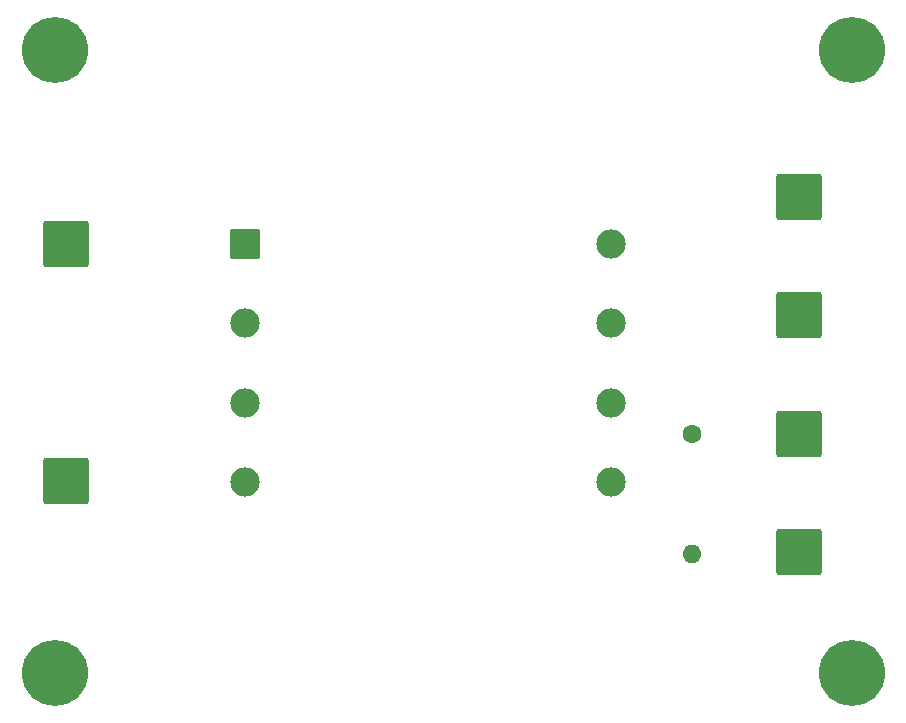
<source format=gbr>
%TF.GenerationSoftware,KiCad,Pcbnew,8.0.6*%
%TF.CreationDate,2025-02-04T11:31:06-08:00*%
%TF.ProjectId,Voltage_Transformer_test_board,566f6c74-6167-4655-9f54-72616e73666f,rev?*%
%TF.SameCoordinates,Original*%
%TF.FileFunction,Soldermask,Bot*%
%TF.FilePolarity,Negative*%
%FSLAX46Y46*%
G04 Gerber Fmt 4.6, Leading zero omitted, Abs format (unit mm)*
G04 Created by KiCad (PCBNEW 8.0.6) date 2025-02-04 11:31:06*
%MOMM*%
%LPD*%
G01*
G04 APERTURE LIST*
G04 Aperture macros list*
%AMRoundRect*
0 Rectangle with rounded corners*
0 $1 Rounding radius*
0 $2 $3 $4 $5 $6 $7 $8 $9 X,Y pos of 4 corners*
0 Add a 4 corners polygon primitive as box body*
4,1,4,$2,$3,$4,$5,$6,$7,$8,$9,$2,$3,0*
0 Add four circle primitives for the rounded corners*
1,1,$1+$1,$2,$3*
1,1,$1+$1,$4,$5*
1,1,$1+$1,$6,$7*
1,1,$1+$1,$8,$9*
0 Add four rect primitives between the rounded corners*
20,1,$1+$1,$2,$3,$4,$5,0*
20,1,$1+$1,$4,$5,$6,$7,0*
20,1,$1+$1,$6,$7,$8,$9,0*
20,1,$1+$1,$8,$9,$2,$3,0*%
G04 Aperture macros list end*
%ADD10C,1.600000*%
%ADD11O,1.600000X1.600000*%
%ADD12RoundRect,0.250002X-1.699998X-1.699998X1.699998X-1.699998X1.699998X1.699998X-1.699998X1.699998X0*%
%ADD13C,3.600000*%
%ADD14C,5.600000*%
%ADD15RoundRect,0.102000X-1.143000X-1.143000X1.143000X-1.143000X1.143000X1.143000X-1.143000X1.143000X0*%
%ADD16C,2.490000*%
G04 APERTURE END LIST*
D10*
%TO.C,R1*%
X151000000Y-80000000D03*
D11*
X151000000Y-90160000D03*
%TD*%
D12*
%TO.C,J3*%
X160000000Y-60000000D03*
%TD*%
D13*
%TO.C,H2*%
X97000000Y-100250000D03*
D14*
X97000000Y-100250000D03*
%TD*%
D15*
%TO.C,T1*%
X113152000Y-63930000D03*
D16*
X113152000Y-70661000D03*
X113152000Y-77392000D03*
X113152000Y-84123000D03*
X144140000Y-63930000D03*
X144140000Y-70661000D03*
X144140000Y-77392000D03*
X144140000Y-84123000D03*
%TD*%
D13*
%TO.C,H4*%
X164500000Y-100250000D03*
D14*
X164500000Y-100250000D03*
%TD*%
D12*
%TO.C,J2*%
X98000000Y-84000000D03*
%TD*%
%TO.C,J6*%
X160000000Y-90000000D03*
%TD*%
%TO.C,J5*%
X160000000Y-80000000D03*
%TD*%
%TO.C,J1*%
X98000000Y-63930000D03*
%TD*%
D13*
%TO.C,H1*%
X97000000Y-47500000D03*
D14*
X97000000Y-47500000D03*
%TD*%
D13*
%TO.C,H3*%
X164500000Y-47500000D03*
D14*
X164500000Y-47500000D03*
%TD*%
D12*
%TO.C,J4*%
X160000000Y-70000000D03*
%TD*%
M02*

</source>
